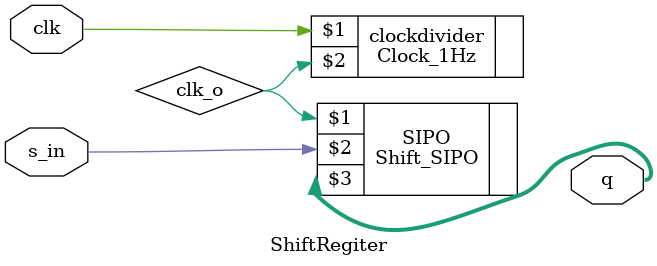
<source format=v>
`timescale 1ns / 1ps
module ShiftRegiter(
input wire clk, 
input wire s_in,
output wire [7:0] q
 );
wire clk_o ;
// module instance
Clock_1Hz clockdivider (clk,clk_o) ;
Shift_SIPO SIPO (clk_o,s_in, q);
endmodule

</source>
